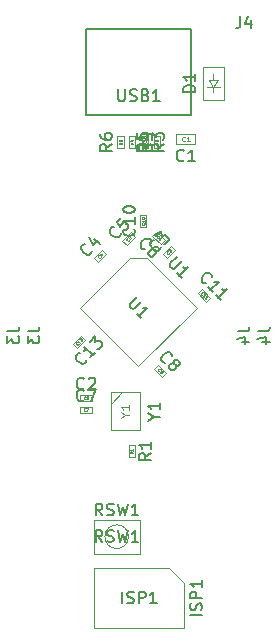
<source format=gbr>
G04 #@! TF.GenerationSoftware,KiCad,Pcbnew,(5.1.10)-1*
G04 #@! TF.CreationDate,2021-09-15T22:42:09+01:00*
G04 #@! TF.ProjectId,32u4-Pico,33327534-2d50-4696-936f-2e6b69636164,REV1*
G04 #@! TF.SameCoordinates,Original*
G04 #@! TF.FileFunction,Other,Fab,Top*
%FSLAX46Y46*%
G04 Gerber Fmt 4.6, Leading zero omitted, Abs format (unit mm)*
G04 Created by KiCad (PCBNEW (5.1.10)-1) date 2021-09-15 22:42:09*
%MOMM*%
%LPD*%
G01*
G04 APERTURE LIST*
%ADD10C,0.100000*%
%ADD11C,0.150000*%
%ADD12C,0.105000*%
%ADD13C,0.040000*%
%ADD14C,0.060000*%
G04 APERTURE END LIST*
D10*
X106190000Y-102555000D02*
X107460000Y-103825000D01*
X99840000Y-102555000D02*
X106190000Y-102555000D01*
X99840000Y-107635000D02*
X99840000Y-102555000D01*
X107460000Y-107635000D02*
X99840000Y-107635000D01*
X107460000Y-103825000D02*
X107460000Y-107635000D01*
X109040000Y-62905000D02*
X109040000Y-60105000D01*
X109040000Y-60105000D02*
X110840000Y-60105000D01*
X110840000Y-60105000D02*
X110840000Y-62905000D01*
X110840000Y-62905000D02*
X109040000Y-62905000D01*
X109940000Y-62255000D02*
X109940000Y-61855000D01*
X109940000Y-61855000D02*
X109390000Y-61855000D01*
X109940000Y-61855000D02*
X110490000Y-61855000D01*
X109940000Y-61855000D02*
X109540000Y-61255000D01*
X109540000Y-61255000D02*
X110340000Y-61255000D01*
X110340000Y-61255000D02*
X109940000Y-61855000D01*
X109940000Y-61255000D02*
X109940000Y-60755000D01*
X103730000Y-87655000D02*
X101230000Y-87655000D01*
X101230000Y-87655000D02*
X101230000Y-90855000D01*
X101230000Y-90855000D02*
X103730000Y-90855000D01*
X103730000Y-90855000D02*
X103730000Y-87655000D01*
X102230000Y-87655000D02*
X101230000Y-88655000D01*
X98650000Y-89385000D02*
X98650000Y-88885000D01*
X98650000Y-88885000D02*
X99650000Y-88885000D01*
X99650000Y-88885000D02*
X99650000Y-89385000D01*
X99650000Y-89385000D02*
X98650000Y-89385000D01*
X98650000Y-88405000D02*
X98650000Y-87905000D01*
X98650000Y-87905000D02*
X99650000Y-87905000D01*
X99650000Y-87905000D02*
X99650000Y-88405000D01*
X99650000Y-88405000D02*
X98650000Y-88405000D01*
X102752000Y-93185000D02*
X102752000Y-92135000D01*
X103292000Y-93185000D02*
X102752000Y-93185000D01*
X103292000Y-92135000D02*
X103292000Y-93185000D01*
X102752000Y-92135000D02*
X103292000Y-92135000D01*
X103702000Y-98447000D02*
X103702000Y-101347000D01*
X99802000Y-98447000D02*
X103702000Y-98447000D01*
X99802000Y-101347000D02*
X99802000Y-98447000D01*
X103702000Y-101347000D02*
X99802000Y-101347000D01*
X102752000Y-99897000D02*
G75*
G03*
X102752000Y-99897000I-1000000J0D01*
G01*
X105128223Y-74081670D02*
X105835330Y-74788777D01*
X104774670Y-74435223D02*
X105128223Y-74081670D01*
X105481777Y-75142330D02*
X104774670Y-74435223D01*
X105835330Y-74788777D02*
X105481777Y-75142330D01*
X103292330Y-74493223D02*
X102585223Y-75200330D01*
X102938777Y-74139670D02*
X103292330Y-74493223D01*
X102231670Y-74846777D02*
X102938777Y-74139670D01*
X102585223Y-75200330D02*
X102231670Y-74846777D01*
X98040670Y-83574777D02*
X98747777Y-82867670D01*
X98394223Y-83928330D02*
X98040670Y-83574777D01*
X99101330Y-83221223D02*
X98394223Y-83928330D01*
X98747777Y-82867670D02*
X99101330Y-83221223D01*
X109331777Y-80014330D02*
X108624670Y-79307223D01*
X109685330Y-79660777D02*
X109331777Y-80014330D01*
X108978223Y-78953670D02*
X109685330Y-79660777D01*
X108624670Y-79307223D02*
X108978223Y-78953670D01*
X104250000Y-72665000D02*
X104250000Y-73665000D01*
X103750000Y-72665000D02*
X104250000Y-72665000D01*
X103750000Y-73665000D02*
X103750000Y-72665000D01*
X104250000Y-73665000D02*
X103750000Y-73665000D01*
X105603188Y-86398741D02*
X104896081Y-85691634D01*
X105956741Y-86045188D02*
X105603188Y-86398741D01*
X105249634Y-85338081D02*
X105956741Y-86045188D01*
X104896081Y-85691634D02*
X105249634Y-85338081D01*
X100874330Y-75945223D02*
X100167223Y-76652330D01*
X100520777Y-75591670D02*
X100874330Y-75945223D01*
X99813670Y-76298777D02*
X100520777Y-75591670D01*
X100167223Y-76652330D02*
X99813670Y-76298777D01*
X106712330Y-75605223D02*
X106005223Y-76312330D01*
X106358777Y-75251670D02*
X106712330Y-75605223D01*
X105651670Y-75958777D02*
X106358777Y-75251670D01*
X106005223Y-76312330D02*
X105651670Y-75958777D01*
X106805000Y-65839000D02*
X108405000Y-65839000D01*
X106805000Y-66639000D02*
X106805000Y-65839000D01*
X108405000Y-66639000D02*
X106805000Y-66639000D01*
X108405000Y-65839000D02*
X108405000Y-66639000D01*
X103869000Y-66991000D02*
X103869000Y-65991000D01*
X104369000Y-66991000D02*
X103869000Y-66991000D01*
X104369000Y-65991000D02*
X104369000Y-66991000D01*
X103869000Y-65991000D02*
X104369000Y-65991000D01*
X102330000Y-65960000D02*
X102330000Y-67010000D01*
X101790000Y-65960000D02*
X102330000Y-65960000D01*
X101790000Y-67010000D02*
X101790000Y-65960000D01*
X102330000Y-67010000D02*
X101790000Y-67010000D01*
X105420000Y-65970000D02*
X105420000Y-67020000D01*
X104880000Y-65970000D02*
X105420000Y-65970000D01*
X104880000Y-67020000D02*
X104880000Y-65970000D01*
X105420000Y-67020000D02*
X104880000Y-67020000D01*
X102804000Y-66984000D02*
X102804000Y-65984000D01*
X103304000Y-66984000D02*
X102804000Y-66984000D01*
X103304000Y-65984000D02*
X103304000Y-66984000D01*
X102804000Y-65984000D02*
X103304000Y-65984000D01*
X102882893Y-76282359D02*
X104297107Y-76282359D01*
X98640253Y-80525000D02*
X102882893Y-76282359D01*
X103590000Y-85474747D02*
X98640253Y-80525000D01*
X108539747Y-80525000D02*
X103590000Y-85474747D01*
X104297107Y-76282359D02*
X108539747Y-80525000D01*
D11*
X108070000Y-56925000D02*
X99130000Y-56925000D01*
X108070000Y-56925000D02*
X108070000Y-64225000D01*
X99130000Y-56925000D02*
X99130000Y-64225000D01*
X108070000Y-64225000D02*
X99130000Y-64225000D01*
X108972380Y-106547380D02*
X107972380Y-106547380D01*
X108924761Y-106118809D02*
X108972380Y-105975952D01*
X108972380Y-105737857D01*
X108924761Y-105642619D01*
X108877142Y-105595000D01*
X108781904Y-105547380D01*
X108686666Y-105547380D01*
X108591428Y-105595000D01*
X108543809Y-105642619D01*
X108496190Y-105737857D01*
X108448571Y-105928333D01*
X108400952Y-106023571D01*
X108353333Y-106071190D01*
X108258095Y-106118809D01*
X108162857Y-106118809D01*
X108067619Y-106071190D01*
X108020000Y-106023571D01*
X107972380Y-105928333D01*
X107972380Y-105690238D01*
X108020000Y-105547380D01*
X108972380Y-105118809D02*
X107972380Y-105118809D01*
X107972380Y-104737857D01*
X108020000Y-104642619D01*
X108067619Y-104595000D01*
X108162857Y-104547380D01*
X108305714Y-104547380D01*
X108400952Y-104595000D01*
X108448571Y-104642619D01*
X108496190Y-104737857D01*
X108496190Y-105118809D01*
X108972380Y-103595000D02*
X108972380Y-104166428D01*
X108972380Y-103880714D02*
X107972380Y-103880714D01*
X108115238Y-103975952D01*
X108210476Y-104071190D01*
X108258095Y-104166428D01*
X102197619Y-105547380D02*
X102197619Y-104547380D01*
X102626190Y-105499761D02*
X102769047Y-105547380D01*
X103007142Y-105547380D01*
X103102380Y-105499761D01*
X103150000Y-105452142D01*
X103197619Y-105356904D01*
X103197619Y-105261666D01*
X103150000Y-105166428D01*
X103102380Y-105118809D01*
X103007142Y-105071190D01*
X102816666Y-105023571D01*
X102721428Y-104975952D01*
X102673809Y-104928333D01*
X102626190Y-104833095D01*
X102626190Y-104737857D01*
X102673809Y-104642619D01*
X102721428Y-104595000D01*
X102816666Y-104547380D01*
X103054761Y-104547380D01*
X103197619Y-104595000D01*
X103626190Y-105547380D02*
X103626190Y-104547380D01*
X104007142Y-104547380D01*
X104102380Y-104595000D01*
X104150000Y-104642619D01*
X104197619Y-104737857D01*
X104197619Y-104880714D01*
X104150000Y-104975952D01*
X104102380Y-105023571D01*
X104007142Y-105071190D01*
X103626190Y-105071190D01*
X105150000Y-105547380D02*
X104578571Y-105547380D01*
X104864285Y-105547380D02*
X104864285Y-104547380D01*
X104769047Y-104690238D01*
X104673809Y-104785476D01*
X104578571Y-104833095D01*
X108392380Y-62243095D02*
X107392380Y-62243095D01*
X107392380Y-62005000D01*
X107440000Y-61862142D01*
X107535238Y-61766904D01*
X107630476Y-61719285D01*
X107820952Y-61671666D01*
X107963809Y-61671666D01*
X108154285Y-61719285D01*
X108249523Y-61766904D01*
X108344761Y-61862142D01*
X108392380Y-62005000D01*
X108392380Y-62243095D01*
X108392380Y-60719285D02*
X108392380Y-61290714D01*
X108392380Y-61005000D02*
X107392380Y-61005000D01*
X107535238Y-61100238D01*
X107630476Y-61195476D01*
X107678095Y-61290714D01*
X108392380Y-62243095D02*
X107392380Y-62243095D01*
X107392380Y-62005000D01*
X107440000Y-61862142D01*
X107535238Y-61766904D01*
X107630476Y-61719285D01*
X107820952Y-61671666D01*
X107963809Y-61671666D01*
X108154285Y-61719285D01*
X108249523Y-61766904D01*
X108344761Y-61862142D01*
X108392380Y-62005000D01*
X108392380Y-62243095D01*
X108392380Y-60719285D02*
X108392380Y-61290714D01*
X108392380Y-61005000D02*
X107392380Y-61005000D01*
X107535238Y-61100238D01*
X107630476Y-61195476D01*
X107678095Y-61290714D01*
X104906190Y-89731190D02*
X105382380Y-89731190D01*
X104382380Y-90064523D02*
X104906190Y-89731190D01*
X104382380Y-89397857D01*
X105382380Y-88540714D02*
X105382380Y-89112142D01*
X105382380Y-88826428D02*
X104382380Y-88826428D01*
X104525238Y-88921666D01*
X104620476Y-89016904D01*
X104668095Y-89112142D01*
D12*
X102463333Y-89588333D02*
X102796666Y-89588333D01*
X102096666Y-89821666D02*
X102463333Y-89588333D01*
X102096666Y-89355000D01*
X102796666Y-88755000D02*
X102796666Y-89155000D01*
X102796666Y-88955000D02*
X102096666Y-88955000D01*
X102196666Y-89021666D01*
X102263333Y-89088333D01*
X102296666Y-89155000D01*
D11*
X98983333Y-88332142D02*
X98935714Y-88379761D01*
X98792857Y-88427380D01*
X98697619Y-88427380D01*
X98554761Y-88379761D01*
X98459523Y-88284523D01*
X98411904Y-88189285D01*
X98364285Y-87998809D01*
X98364285Y-87855952D01*
X98411904Y-87665476D01*
X98459523Y-87570238D01*
X98554761Y-87475000D01*
X98697619Y-87427380D01*
X98792857Y-87427380D01*
X98935714Y-87475000D01*
X98983333Y-87522619D01*
X99316666Y-87427380D02*
X99983333Y-87427380D01*
X99554761Y-88427380D01*
D13*
X99108333Y-89224285D02*
X99096428Y-89236190D01*
X99060714Y-89248095D01*
X99036904Y-89248095D01*
X99001190Y-89236190D01*
X98977380Y-89212380D01*
X98965476Y-89188571D01*
X98953571Y-89140952D01*
X98953571Y-89105238D01*
X98965476Y-89057619D01*
X98977380Y-89033809D01*
X99001190Y-89010000D01*
X99036904Y-88998095D01*
X99060714Y-88998095D01*
X99096428Y-89010000D01*
X99108333Y-89021904D01*
X99191666Y-88998095D02*
X99358333Y-88998095D01*
X99251190Y-89248095D01*
D11*
X98983333Y-87352142D02*
X98935714Y-87399761D01*
X98792857Y-87447380D01*
X98697619Y-87447380D01*
X98554761Y-87399761D01*
X98459523Y-87304523D01*
X98411904Y-87209285D01*
X98364285Y-87018809D01*
X98364285Y-86875952D01*
X98411904Y-86685476D01*
X98459523Y-86590238D01*
X98554761Y-86495000D01*
X98697619Y-86447380D01*
X98792857Y-86447380D01*
X98935714Y-86495000D01*
X98983333Y-86542619D01*
X99364285Y-86542619D02*
X99411904Y-86495000D01*
X99507142Y-86447380D01*
X99745238Y-86447380D01*
X99840476Y-86495000D01*
X99888095Y-86542619D01*
X99935714Y-86637857D01*
X99935714Y-86733095D01*
X99888095Y-86875952D01*
X99316666Y-87447380D01*
X99935714Y-87447380D01*
D13*
X99108333Y-88244285D02*
X99096428Y-88256190D01*
X99060714Y-88268095D01*
X99036904Y-88268095D01*
X99001190Y-88256190D01*
X98977380Y-88232380D01*
X98965476Y-88208571D01*
X98953571Y-88160952D01*
X98953571Y-88125238D01*
X98965476Y-88077619D01*
X98977380Y-88053809D01*
X99001190Y-88030000D01*
X99036904Y-88018095D01*
X99060714Y-88018095D01*
X99096428Y-88030000D01*
X99108333Y-88041904D01*
X99203571Y-88041904D02*
X99215476Y-88030000D01*
X99239285Y-88018095D01*
X99298809Y-88018095D01*
X99322619Y-88030000D01*
X99334523Y-88041904D01*
X99346428Y-88065714D01*
X99346428Y-88089523D01*
X99334523Y-88125238D01*
X99191666Y-88268095D01*
X99346428Y-88268095D01*
D11*
X104644380Y-92826666D02*
X104168190Y-93160000D01*
X104644380Y-93398095D02*
X103644380Y-93398095D01*
X103644380Y-93017142D01*
X103692000Y-92921904D01*
X103739619Y-92874285D01*
X103834857Y-92826666D01*
X103977714Y-92826666D01*
X104072952Y-92874285D01*
X104120571Y-92921904D01*
X104168190Y-93017142D01*
X104168190Y-93398095D01*
X104644380Y-91874285D02*
X104644380Y-92445714D01*
X104644380Y-92160000D02*
X103644380Y-92160000D01*
X103787238Y-92255238D01*
X103882476Y-92350476D01*
X103930095Y-92445714D01*
D13*
X103139619Y-92703333D02*
X103015809Y-92790000D01*
X103139619Y-92851904D02*
X102879619Y-92851904D01*
X102879619Y-92752857D01*
X102892000Y-92728095D01*
X102904380Y-92715714D01*
X102929142Y-92703333D01*
X102966285Y-92703333D01*
X102991047Y-92715714D01*
X103003428Y-92728095D01*
X103015809Y-92752857D01*
X103015809Y-92851904D01*
X103139619Y-92455714D02*
X103139619Y-92604285D01*
X103139619Y-92530000D02*
X102879619Y-92530000D01*
X102916761Y-92554761D01*
X102941523Y-92579523D01*
X102953904Y-92604285D01*
D11*
X100537714Y-98099380D02*
X100204380Y-97623190D01*
X99966285Y-98099380D02*
X99966285Y-97099380D01*
X100347238Y-97099380D01*
X100442476Y-97147000D01*
X100490095Y-97194619D01*
X100537714Y-97289857D01*
X100537714Y-97432714D01*
X100490095Y-97527952D01*
X100442476Y-97575571D01*
X100347238Y-97623190D01*
X99966285Y-97623190D01*
X100918666Y-98051761D02*
X101061523Y-98099380D01*
X101299619Y-98099380D01*
X101394857Y-98051761D01*
X101442476Y-98004142D01*
X101490095Y-97908904D01*
X101490095Y-97813666D01*
X101442476Y-97718428D01*
X101394857Y-97670809D01*
X101299619Y-97623190D01*
X101109142Y-97575571D01*
X101013904Y-97527952D01*
X100966285Y-97480333D01*
X100918666Y-97385095D01*
X100918666Y-97289857D01*
X100966285Y-97194619D01*
X101013904Y-97147000D01*
X101109142Y-97099380D01*
X101347238Y-97099380D01*
X101490095Y-97147000D01*
X101823428Y-97099380D02*
X102061523Y-98099380D01*
X102252000Y-97385095D01*
X102442476Y-98099380D01*
X102680571Y-97099380D01*
X103585333Y-98099380D02*
X103013904Y-98099380D01*
X103299619Y-98099380D02*
X103299619Y-97099380D01*
X103204380Y-97242238D01*
X103109142Y-97337476D01*
X103013904Y-97385095D01*
X100537714Y-100349380D02*
X100204380Y-99873190D01*
X99966285Y-100349380D02*
X99966285Y-99349380D01*
X100347238Y-99349380D01*
X100442476Y-99397000D01*
X100490095Y-99444619D01*
X100537714Y-99539857D01*
X100537714Y-99682714D01*
X100490095Y-99777952D01*
X100442476Y-99825571D01*
X100347238Y-99873190D01*
X99966285Y-99873190D01*
X100918666Y-100301761D02*
X101061523Y-100349380D01*
X101299619Y-100349380D01*
X101394857Y-100301761D01*
X101442476Y-100254142D01*
X101490095Y-100158904D01*
X101490095Y-100063666D01*
X101442476Y-99968428D01*
X101394857Y-99920809D01*
X101299619Y-99873190D01*
X101109142Y-99825571D01*
X101013904Y-99777952D01*
X100966285Y-99730333D01*
X100918666Y-99635095D01*
X100918666Y-99539857D01*
X100966285Y-99444619D01*
X101013904Y-99397000D01*
X101109142Y-99349380D01*
X101347238Y-99349380D01*
X101490095Y-99397000D01*
X101823428Y-99349380D02*
X102061523Y-100349380D01*
X102252000Y-99635095D01*
X102442476Y-100349380D01*
X102680571Y-99349380D01*
X103585333Y-100349380D02*
X103013904Y-100349380D01*
X103299619Y-100349380D02*
X103299619Y-99349380D01*
X103204380Y-99492238D01*
X103109142Y-99587476D01*
X103013904Y-99635095D01*
X104114366Y-75566931D02*
X104047023Y-75566931D01*
X103912336Y-75499587D01*
X103844992Y-75432244D01*
X103777649Y-75297556D01*
X103777649Y-75162869D01*
X103811320Y-75061854D01*
X103912336Y-74893495D01*
X104013351Y-74792480D01*
X104181710Y-74691465D01*
X104282725Y-74657793D01*
X104417412Y-74657793D01*
X104552099Y-74725137D01*
X104619443Y-74792480D01*
X104686786Y-74927167D01*
X104686786Y-74994511D01*
X105360221Y-75533259D02*
X105225534Y-75398572D01*
X105124519Y-75364900D01*
X105057175Y-75364900D01*
X104888817Y-75398572D01*
X104720458Y-75499587D01*
X104451084Y-75768961D01*
X104417412Y-75869976D01*
X104417412Y-75937320D01*
X104451084Y-76038335D01*
X104585771Y-76173022D01*
X104686786Y-76206694D01*
X104754130Y-76206694D01*
X104855145Y-76173022D01*
X105023504Y-76004663D01*
X105057175Y-75903648D01*
X105057175Y-75836305D01*
X105023504Y-75735289D01*
X104888817Y-75600602D01*
X104787801Y-75566931D01*
X104720458Y-75566931D01*
X104619443Y-75600602D01*
D13*
X105212402Y-74645671D02*
X105195566Y-74645671D01*
X105161895Y-74628835D01*
X105145059Y-74612000D01*
X105128223Y-74578328D01*
X105128223Y-74544656D01*
X105136641Y-74519402D01*
X105161895Y-74477312D01*
X105187148Y-74452059D01*
X105229238Y-74426805D01*
X105254492Y-74418387D01*
X105288164Y-74418387D01*
X105321835Y-74435223D01*
X105338671Y-74452059D01*
X105355507Y-74485730D01*
X105355507Y-74502566D01*
X105523866Y-74637253D02*
X105490194Y-74603582D01*
X105464940Y-74595164D01*
X105448104Y-74595164D01*
X105406015Y-74603582D01*
X105363925Y-74628835D01*
X105296582Y-74696179D01*
X105288164Y-74721433D01*
X105288164Y-74738269D01*
X105296582Y-74763522D01*
X105330253Y-74797194D01*
X105355507Y-74805612D01*
X105372343Y-74805612D01*
X105397597Y-74797194D01*
X105439687Y-74755104D01*
X105448104Y-74729851D01*
X105448104Y-74713015D01*
X105439687Y-74687761D01*
X105406015Y-74654089D01*
X105380761Y-74645671D01*
X105363925Y-74645671D01*
X105338671Y-74654089D01*
D11*
X102076443Y-74220145D02*
X102076443Y-74287488D01*
X102009099Y-74422175D01*
X101941756Y-74489519D01*
X101807068Y-74556862D01*
X101672381Y-74556862D01*
X101571366Y-74523191D01*
X101403007Y-74422175D01*
X101301992Y-74321160D01*
X101200977Y-74152801D01*
X101167305Y-74051786D01*
X101167305Y-73917099D01*
X101234649Y-73782412D01*
X101301992Y-73715068D01*
X101436679Y-73647725D01*
X101504023Y-73647725D01*
X102076443Y-72940618D02*
X101739725Y-73277336D01*
X102042771Y-73647725D01*
X102042771Y-73580381D01*
X102076443Y-73479366D01*
X102244801Y-73311007D01*
X102345817Y-73277336D01*
X102413160Y-73277336D01*
X102514175Y-73311007D01*
X102682534Y-73479366D01*
X102716206Y-73580381D01*
X102716206Y-73647725D01*
X102682534Y-73748740D01*
X102514175Y-73917099D01*
X102413160Y-73950771D01*
X102345817Y-73950771D01*
D13*
X102795671Y-74762597D02*
X102795671Y-74779433D01*
X102778835Y-74813104D01*
X102762000Y-74829940D01*
X102728328Y-74846776D01*
X102694656Y-74846776D01*
X102669402Y-74838358D01*
X102627312Y-74813104D01*
X102602059Y-74787851D01*
X102576805Y-74745761D01*
X102568387Y-74720507D01*
X102568387Y-74686835D01*
X102585223Y-74653164D01*
X102602059Y-74636328D01*
X102635730Y-74619492D01*
X102652566Y-74619492D01*
X102795671Y-74442715D02*
X102711492Y-74526895D01*
X102787253Y-74619492D01*
X102787253Y-74602656D01*
X102795671Y-74577402D01*
X102837761Y-74535312D01*
X102863015Y-74526895D01*
X102879851Y-74526895D01*
X102905104Y-74535312D01*
X102947194Y-74577402D01*
X102955612Y-74602656D01*
X102955612Y-74619492D01*
X102947194Y-74644746D01*
X102905104Y-74686835D01*
X102879851Y-74695253D01*
X102863015Y-74695253D01*
D11*
X99189213Y-84925350D02*
X99189213Y-84992694D01*
X99121869Y-85127381D01*
X99054526Y-85194724D01*
X98919839Y-85262068D01*
X98785152Y-85262068D01*
X98684137Y-85228396D01*
X98515778Y-85127381D01*
X98414763Y-85026366D01*
X98313747Y-84858007D01*
X98280076Y-84756992D01*
X98280076Y-84622305D01*
X98347419Y-84487618D01*
X98414763Y-84420274D01*
X98549450Y-84352931D01*
X98616793Y-84352931D01*
X99929992Y-84319259D02*
X99525931Y-84723320D01*
X99727961Y-84521289D02*
X99020854Y-83814182D01*
X99054526Y-83982541D01*
X99054526Y-84117228D01*
X99020854Y-84218244D01*
X99458587Y-83376450D02*
X99896320Y-82938717D01*
X99929992Y-83443793D01*
X100031007Y-83342778D01*
X100132022Y-83309106D01*
X100199366Y-83309106D01*
X100300381Y-83342778D01*
X100468740Y-83511137D01*
X100502411Y-83612152D01*
X100502411Y-83679495D01*
X100468740Y-83780511D01*
X100266709Y-83982541D01*
X100165694Y-84016213D01*
X100098350Y-84016213D01*
D13*
X98520492Y-83574776D02*
X98520492Y-83591612D01*
X98503656Y-83625284D01*
X98486820Y-83642120D01*
X98453148Y-83658956D01*
X98419477Y-83658956D01*
X98394223Y-83650538D01*
X98352133Y-83625284D01*
X98326879Y-83600030D01*
X98301625Y-83557940D01*
X98293208Y-83532687D01*
X98293208Y-83499015D01*
X98310043Y-83465343D01*
X98326879Y-83448507D01*
X98360551Y-83431671D01*
X98377387Y-83431671D01*
X98705687Y-83423253D02*
X98604671Y-83524269D01*
X98655179Y-83473761D02*
X98478402Y-83296984D01*
X98486820Y-83339074D01*
X98486820Y-83372746D01*
X98478402Y-83398000D01*
X98587835Y-83187551D02*
X98697269Y-83078118D01*
X98705687Y-83204387D01*
X98730940Y-83179133D01*
X98756194Y-83170715D01*
X98773030Y-83170715D01*
X98798284Y-83179133D01*
X98840374Y-83221223D01*
X98848791Y-83246477D01*
X98848791Y-83263312D01*
X98840374Y-83288566D01*
X98789866Y-83339074D01*
X98764612Y-83347492D01*
X98747776Y-83347492D01*
D11*
X109268137Y-78461725D02*
X109200793Y-78461725D01*
X109066106Y-78394381D01*
X108998763Y-78327038D01*
X108931419Y-78192351D01*
X108931419Y-78057664D01*
X108965091Y-77956649D01*
X109066106Y-77788290D01*
X109167121Y-77687275D01*
X109335480Y-77586259D01*
X109436495Y-77552588D01*
X109571182Y-77552588D01*
X109705869Y-77619931D01*
X109773213Y-77687275D01*
X109840556Y-77821962D01*
X109840556Y-77889305D01*
X109874228Y-79202504D02*
X109470167Y-78798443D01*
X109672198Y-79000473D02*
X110379305Y-78293366D01*
X110210946Y-78327038D01*
X110076259Y-78327038D01*
X109975244Y-78293366D01*
X110547663Y-79875939D02*
X110143602Y-79471878D01*
X110345633Y-79673908D02*
X111052740Y-78966801D01*
X110884381Y-79000473D01*
X110749694Y-79000473D01*
X110648679Y-78966801D01*
D13*
X108978223Y-79433492D02*
X108961387Y-79433492D01*
X108927715Y-79416656D01*
X108910879Y-79399820D01*
X108894043Y-79366148D01*
X108894043Y-79332477D01*
X108902461Y-79307223D01*
X108927715Y-79265133D01*
X108952969Y-79239879D01*
X108995059Y-79214625D01*
X109020312Y-79206208D01*
X109053984Y-79206208D01*
X109087656Y-79223043D01*
X109104492Y-79239879D01*
X109121328Y-79273551D01*
X109121328Y-79290387D01*
X109129746Y-79618687D02*
X109028730Y-79517671D01*
X109079238Y-79568179D02*
X109256015Y-79391402D01*
X109213925Y-79399820D01*
X109180253Y-79399820D01*
X109155000Y-79391402D01*
X109298104Y-79787045D02*
X109197089Y-79686030D01*
X109247597Y-79736538D02*
X109424374Y-79559761D01*
X109382284Y-79568179D01*
X109348612Y-79568179D01*
X109323358Y-79559761D01*
D11*
X103197142Y-73807857D02*
X103244761Y-73855476D01*
X103292380Y-73998333D01*
X103292380Y-74093571D01*
X103244761Y-74236428D01*
X103149523Y-74331666D01*
X103054285Y-74379285D01*
X102863809Y-74426904D01*
X102720952Y-74426904D01*
X102530476Y-74379285D01*
X102435238Y-74331666D01*
X102340000Y-74236428D01*
X102292380Y-74093571D01*
X102292380Y-73998333D01*
X102340000Y-73855476D01*
X102387619Y-73807857D01*
X103292380Y-72855476D02*
X103292380Y-73426904D01*
X103292380Y-73141190D02*
X102292380Y-73141190D01*
X102435238Y-73236428D01*
X102530476Y-73331666D01*
X102578095Y-73426904D01*
X102292380Y-72236428D02*
X102292380Y-72141190D01*
X102340000Y-72045952D01*
X102387619Y-71998333D01*
X102482857Y-71950714D01*
X102673333Y-71903095D01*
X102911428Y-71903095D01*
X103101904Y-71950714D01*
X103197142Y-71998333D01*
X103244761Y-72045952D01*
X103292380Y-72141190D01*
X103292380Y-72236428D01*
X103244761Y-72331666D01*
X103197142Y-72379285D01*
X103101904Y-72426904D01*
X102911428Y-72474523D01*
X102673333Y-72474523D01*
X102482857Y-72426904D01*
X102387619Y-72379285D01*
X102340000Y-72331666D01*
X102292380Y-72236428D01*
D13*
X104089285Y-73325714D02*
X104101190Y-73337619D01*
X104113095Y-73373333D01*
X104113095Y-73397142D01*
X104101190Y-73432857D01*
X104077380Y-73456666D01*
X104053571Y-73468571D01*
X104005952Y-73480476D01*
X103970238Y-73480476D01*
X103922619Y-73468571D01*
X103898809Y-73456666D01*
X103875000Y-73432857D01*
X103863095Y-73397142D01*
X103863095Y-73373333D01*
X103875000Y-73337619D01*
X103886904Y-73325714D01*
X104113095Y-73087619D02*
X104113095Y-73230476D01*
X104113095Y-73159047D02*
X103863095Y-73159047D01*
X103898809Y-73182857D01*
X103922619Y-73206666D01*
X103934523Y-73230476D01*
X103863095Y-72932857D02*
X103863095Y-72909047D01*
X103875000Y-72885238D01*
X103886904Y-72873333D01*
X103910714Y-72861428D01*
X103958333Y-72849523D01*
X104017857Y-72849523D01*
X104065476Y-72861428D01*
X104089285Y-72873333D01*
X104101190Y-72885238D01*
X104113095Y-72909047D01*
X104113095Y-72932857D01*
X104101190Y-72956666D01*
X104089285Y-72968571D01*
X104065476Y-72980476D01*
X104017857Y-72992380D01*
X103958333Y-72992380D01*
X103910714Y-72980476D01*
X103886904Y-72968571D01*
X103875000Y-72956666D01*
X103863095Y-72932857D01*
D11*
X105876265Y-85182854D02*
X105808922Y-85182854D01*
X105674235Y-85115510D01*
X105606891Y-85048167D01*
X105539548Y-84913479D01*
X105539548Y-84778792D01*
X105573219Y-84677777D01*
X105674235Y-84509418D01*
X105775250Y-84408403D01*
X105943609Y-84307388D01*
X106044624Y-84273716D01*
X106179311Y-84273716D01*
X106313998Y-84341060D01*
X106381342Y-84408403D01*
X106448685Y-84543090D01*
X106448685Y-84610434D01*
X106617044Y-85250197D02*
X106583372Y-85149182D01*
X106583372Y-85081838D01*
X106617044Y-84980823D01*
X106650716Y-84947151D01*
X106751731Y-84913479D01*
X106819074Y-84913479D01*
X106920090Y-84947151D01*
X107054777Y-85081838D01*
X107088448Y-85182854D01*
X107088448Y-85250197D01*
X107054777Y-85351212D01*
X107021105Y-85384884D01*
X106920090Y-85418556D01*
X106852746Y-85418556D01*
X106751731Y-85384884D01*
X106617044Y-85250197D01*
X106516029Y-85216525D01*
X106448685Y-85216525D01*
X106347670Y-85250197D01*
X106212983Y-85384884D01*
X106179311Y-85485899D01*
X106179311Y-85553243D01*
X106212983Y-85654258D01*
X106347670Y-85788945D01*
X106448685Y-85822617D01*
X106516029Y-85822617D01*
X106617044Y-85788945D01*
X106751731Y-85654258D01*
X106785403Y-85553243D01*
X106785403Y-85485899D01*
X106751731Y-85384884D01*
D13*
X105333813Y-85902082D02*
X105316977Y-85902082D01*
X105283306Y-85885246D01*
X105266470Y-85868411D01*
X105249634Y-85834739D01*
X105249634Y-85801067D01*
X105258052Y-85775813D01*
X105283306Y-85733723D01*
X105308559Y-85708470D01*
X105350649Y-85683216D01*
X105375903Y-85674798D01*
X105409575Y-85674798D01*
X105443246Y-85691634D01*
X105460082Y-85708470D01*
X105476918Y-85742141D01*
X105476918Y-85758977D01*
X105519008Y-85918918D02*
X105510590Y-85893664D01*
X105510590Y-85876828D01*
X105519008Y-85851575D01*
X105527426Y-85843157D01*
X105552680Y-85834739D01*
X105569515Y-85834739D01*
X105594769Y-85843157D01*
X105628441Y-85876828D01*
X105636859Y-85902082D01*
X105636859Y-85918918D01*
X105628441Y-85944172D01*
X105620023Y-85952590D01*
X105594769Y-85961008D01*
X105577933Y-85961008D01*
X105552680Y-85952590D01*
X105519008Y-85918918D01*
X105493754Y-85910500D01*
X105476918Y-85910500D01*
X105451664Y-85918918D01*
X105417993Y-85952590D01*
X105409575Y-85977844D01*
X105409575Y-85994680D01*
X105417993Y-86019933D01*
X105451664Y-86053605D01*
X105476918Y-86062023D01*
X105493754Y-86062023D01*
X105519008Y-86053605D01*
X105552680Y-86019933D01*
X105561098Y-85994680D01*
X105561098Y-85977844D01*
X105552680Y-85952590D01*
D11*
X99658443Y-75672145D02*
X99658443Y-75739488D01*
X99591099Y-75874175D01*
X99523756Y-75941519D01*
X99389068Y-76008862D01*
X99254381Y-76008862D01*
X99153366Y-75975191D01*
X98985007Y-75874175D01*
X98883992Y-75773160D01*
X98782977Y-75604801D01*
X98749305Y-75503786D01*
X98749305Y-75369099D01*
X98816649Y-75234412D01*
X98883992Y-75167068D01*
X99018679Y-75099725D01*
X99086023Y-75099725D01*
X99860473Y-74661992D02*
X100331878Y-75133397D01*
X99422740Y-74560977D02*
X99759458Y-75234412D01*
X100197191Y-74796679D01*
D13*
X100377671Y-76214597D02*
X100377671Y-76231433D01*
X100360835Y-76265104D01*
X100344000Y-76281940D01*
X100310328Y-76298776D01*
X100276656Y-76298776D01*
X100251402Y-76290358D01*
X100209312Y-76265104D01*
X100184059Y-76239851D01*
X100158805Y-76197761D01*
X100150387Y-76172507D01*
X100150387Y-76138835D01*
X100167223Y-76105164D01*
X100184059Y-76088328D01*
X100217730Y-76071492D01*
X100234566Y-76071492D01*
X100428179Y-75962059D02*
X100546030Y-76079910D01*
X100318746Y-75936805D02*
X100402925Y-76105164D01*
X100512358Y-75995730D01*
D11*
X105496443Y-75332145D02*
X105496443Y-75399488D01*
X105429099Y-75534175D01*
X105361756Y-75601519D01*
X105227068Y-75668862D01*
X105092381Y-75668862D01*
X104991366Y-75635191D01*
X104823007Y-75534175D01*
X104721992Y-75433160D01*
X104620977Y-75264801D01*
X104587305Y-75163786D01*
X104587305Y-75029099D01*
X104654649Y-74894412D01*
X104721992Y-74827068D01*
X104856679Y-74759725D01*
X104924023Y-74759725D01*
X105092381Y-74456679D02*
X105530114Y-74018946D01*
X105563786Y-74524023D01*
X105664801Y-74423007D01*
X105765817Y-74389336D01*
X105833160Y-74389336D01*
X105934175Y-74423007D01*
X106102534Y-74591366D01*
X106136206Y-74692381D01*
X106136206Y-74759725D01*
X106102534Y-74860740D01*
X105900504Y-75062771D01*
X105799488Y-75096443D01*
X105732145Y-75096443D01*
D13*
X106215671Y-75874597D02*
X106215671Y-75891433D01*
X106198835Y-75925104D01*
X106182000Y-75941940D01*
X106148328Y-75958776D01*
X106114656Y-75958776D01*
X106089402Y-75950358D01*
X106047312Y-75925104D01*
X106022059Y-75899851D01*
X105996805Y-75857761D01*
X105988387Y-75832507D01*
X105988387Y-75798835D01*
X106005223Y-75765164D01*
X106022059Y-75748328D01*
X106055730Y-75731492D01*
X106072566Y-75731492D01*
X106114656Y-75655730D02*
X106224089Y-75546297D01*
X106232507Y-75672566D01*
X106257761Y-75647312D01*
X106283015Y-75638895D01*
X106299851Y-75638895D01*
X106325104Y-75647312D01*
X106367194Y-75689402D01*
X106375612Y-75714656D01*
X106375612Y-75731492D01*
X106367194Y-75756746D01*
X106316687Y-75807253D01*
X106291433Y-75815671D01*
X106274597Y-75815671D01*
D11*
X107438333Y-68026142D02*
X107390714Y-68073761D01*
X107247857Y-68121380D01*
X107152619Y-68121380D01*
X107009761Y-68073761D01*
X106914523Y-67978523D01*
X106866904Y-67883285D01*
X106819285Y-67692809D01*
X106819285Y-67549952D01*
X106866904Y-67359476D01*
X106914523Y-67264238D01*
X107009761Y-67169000D01*
X107152619Y-67121380D01*
X107247857Y-67121380D01*
X107390714Y-67169000D01*
X107438333Y-67216619D01*
X108390714Y-68121380D02*
X107819285Y-68121380D01*
X108105000Y-68121380D02*
X108105000Y-67121380D01*
X108009761Y-67264238D01*
X107914523Y-67359476D01*
X107819285Y-67407095D01*
D14*
X107538333Y-66381857D02*
X107519285Y-66400904D01*
X107462142Y-66419952D01*
X107424047Y-66419952D01*
X107366904Y-66400904D01*
X107328809Y-66362809D01*
X107309761Y-66324714D01*
X107290714Y-66248523D01*
X107290714Y-66191380D01*
X107309761Y-66115190D01*
X107328809Y-66077095D01*
X107366904Y-66039000D01*
X107424047Y-66019952D01*
X107462142Y-66019952D01*
X107519285Y-66039000D01*
X107538333Y-66058047D01*
X107919285Y-66419952D02*
X107690714Y-66419952D01*
X107805000Y-66419952D02*
X107805000Y-66019952D01*
X107766904Y-66077095D01*
X107728809Y-66115190D01*
X107690714Y-66134238D01*
D11*
X105731380Y-66657666D02*
X105255190Y-66991000D01*
X105731380Y-67229095D02*
X104731380Y-67229095D01*
X104731380Y-66848142D01*
X104779000Y-66752904D01*
X104826619Y-66705285D01*
X104921857Y-66657666D01*
X105064714Y-66657666D01*
X105159952Y-66705285D01*
X105207571Y-66752904D01*
X105255190Y-66848142D01*
X105255190Y-67229095D01*
X104731380Y-66324333D02*
X104731380Y-65705285D01*
X105112333Y-66038619D01*
X105112333Y-65895761D01*
X105159952Y-65800523D01*
X105207571Y-65752904D01*
X105302809Y-65705285D01*
X105540904Y-65705285D01*
X105636142Y-65752904D01*
X105683761Y-65800523D01*
X105731380Y-65895761D01*
X105731380Y-66181476D01*
X105683761Y-66276714D01*
X105636142Y-66324333D01*
D13*
X104232095Y-66532666D02*
X104113047Y-66616000D01*
X104232095Y-66675523D02*
X103982095Y-66675523D01*
X103982095Y-66580285D01*
X103994000Y-66556476D01*
X104005904Y-66544571D01*
X104029714Y-66532666D01*
X104065428Y-66532666D01*
X104089238Y-66544571D01*
X104101142Y-66556476D01*
X104113047Y-66580285D01*
X104113047Y-66675523D01*
X103982095Y-66449333D02*
X103982095Y-66294571D01*
X104077333Y-66377904D01*
X104077333Y-66342190D01*
X104089238Y-66318380D01*
X104101142Y-66306476D01*
X104124952Y-66294571D01*
X104184476Y-66294571D01*
X104208285Y-66306476D01*
X104220190Y-66318380D01*
X104232095Y-66342190D01*
X104232095Y-66413619D01*
X104220190Y-66437428D01*
X104208285Y-66449333D01*
D11*
X101342380Y-66651666D02*
X100866190Y-66985000D01*
X101342380Y-67223095D02*
X100342380Y-67223095D01*
X100342380Y-66842142D01*
X100390000Y-66746904D01*
X100437619Y-66699285D01*
X100532857Y-66651666D01*
X100675714Y-66651666D01*
X100770952Y-66699285D01*
X100818571Y-66746904D01*
X100866190Y-66842142D01*
X100866190Y-67223095D01*
X100342380Y-65794523D02*
X100342380Y-65985000D01*
X100390000Y-66080238D01*
X100437619Y-66127857D01*
X100580476Y-66223095D01*
X100770952Y-66270714D01*
X101151904Y-66270714D01*
X101247142Y-66223095D01*
X101294761Y-66175476D01*
X101342380Y-66080238D01*
X101342380Y-65889761D01*
X101294761Y-65794523D01*
X101247142Y-65746904D01*
X101151904Y-65699285D01*
X100913809Y-65699285D01*
X100818571Y-65746904D01*
X100770952Y-65794523D01*
X100723333Y-65889761D01*
X100723333Y-66080238D01*
X100770952Y-66175476D01*
X100818571Y-66223095D01*
X100913809Y-66270714D01*
D13*
X102177619Y-66528333D02*
X102053809Y-66615000D01*
X102177619Y-66676904D02*
X101917619Y-66676904D01*
X101917619Y-66577857D01*
X101930000Y-66553095D01*
X101942380Y-66540714D01*
X101967142Y-66528333D01*
X102004285Y-66528333D01*
X102029047Y-66540714D01*
X102041428Y-66553095D01*
X102053809Y-66577857D01*
X102053809Y-66676904D01*
X101917619Y-66305476D02*
X101917619Y-66355000D01*
X101930000Y-66379761D01*
X101942380Y-66392142D01*
X101979523Y-66416904D01*
X102029047Y-66429285D01*
X102128095Y-66429285D01*
X102152857Y-66416904D01*
X102165238Y-66404523D01*
X102177619Y-66379761D01*
X102177619Y-66330238D01*
X102165238Y-66305476D01*
X102152857Y-66293095D01*
X102128095Y-66280714D01*
X102066190Y-66280714D01*
X102041428Y-66293095D01*
X102029047Y-66305476D01*
X102016666Y-66330238D01*
X102016666Y-66379761D01*
X102029047Y-66404523D01*
X102041428Y-66416904D01*
X102066190Y-66429285D01*
D11*
X104432380Y-66661666D02*
X103956190Y-66995000D01*
X104432380Y-67233095D02*
X103432380Y-67233095D01*
X103432380Y-66852142D01*
X103480000Y-66756904D01*
X103527619Y-66709285D01*
X103622857Y-66661666D01*
X103765714Y-66661666D01*
X103860952Y-66709285D01*
X103908571Y-66756904D01*
X103956190Y-66852142D01*
X103956190Y-67233095D01*
X103432380Y-65756904D02*
X103432380Y-66233095D01*
X103908571Y-66280714D01*
X103860952Y-66233095D01*
X103813333Y-66137857D01*
X103813333Y-65899761D01*
X103860952Y-65804523D01*
X103908571Y-65756904D01*
X104003809Y-65709285D01*
X104241904Y-65709285D01*
X104337142Y-65756904D01*
X104384761Y-65804523D01*
X104432380Y-65899761D01*
X104432380Y-66137857D01*
X104384761Y-66233095D01*
X104337142Y-66280714D01*
D13*
X105267619Y-66538333D02*
X105143809Y-66625000D01*
X105267619Y-66686904D02*
X105007619Y-66686904D01*
X105007619Y-66587857D01*
X105020000Y-66563095D01*
X105032380Y-66550714D01*
X105057142Y-66538333D01*
X105094285Y-66538333D01*
X105119047Y-66550714D01*
X105131428Y-66563095D01*
X105143809Y-66587857D01*
X105143809Y-66686904D01*
X105007619Y-66303095D02*
X105007619Y-66426904D01*
X105131428Y-66439285D01*
X105119047Y-66426904D01*
X105106666Y-66402142D01*
X105106666Y-66340238D01*
X105119047Y-66315476D01*
X105131428Y-66303095D01*
X105156190Y-66290714D01*
X105218095Y-66290714D01*
X105242857Y-66303095D01*
X105255238Y-66315476D01*
X105267619Y-66340238D01*
X105267619Y-66402142D01*
X105255238Y-66426904D01*
X105242857Y-66439285D01*
D11*
X104666380Y-66650666D02*
X104190190Y-66984000D01*
X104666380Y-67222095D02*
X103666380Y-67222095D01*
X103666380Y-66841142D01*
X103714000Y-66745904D01*
X103761619Y-66698285D01*
X103856857Y-66650666D01*
X103999714Y-66650666D01*
X104094952Y-66698285D01*
X104142571Y-66745904D01*
X104190190Y-66841142D01*
X104190190Y-67222095D01*
X103999714Y-65793523D02*
X104666380Y-65793523D01*
X103618761Y-66031619D02*
X104333047Y-66269714D01*
X104333047Y-65650666D01*
D13*
X103167095Y-66525666D02*
X103048047Y-66609000D01*
X103167095Y-66668523D02*
X102917095Y-66668523D01*
X102917095Y-66573285D01*
X102929000Y-66549476D01*
X102940904Y-66537571D01*
X102964714Y-66525666D01*
X103000428Y-66525666D01*
X103024238Y-66537571D01*
X103036142Y-66549476D01*
X103048047Y-66573285D01*
X103048047Y-66668523D01*
X103000428Y-66311380D02*
X103167095Y-66311380D01*
X102905190Y-66370904D02*
X103083761Y-66430428D01*
X103083761Y-66275666D01*
D11*
X106846732Y-76190771D02*
X106274312Y-76763191D01*
X106240640Y-76864206D01*
X106240640Y-76931550D01*
X106274312Y-77032565D01*
X106408999Y-77167252D01*
X106510014Y-77200924D01*
X106577358Y-77200924D01*
X106678373Y-77167252D01*
X107250793Y-76594832D01*
X107250793Y-78009046D02*
X106846732Y-77604985D01*
X107048762Y-77807015D02*
X107755869Y-77099909D01*
X107587510Y-77133580D01*
X107452823Y-77133580D01*
X107351808Y-77099909D01*
X103438477Y-79599026D02*
X102866057Y-80171446D01*
X102832385Y-80272461D01*
X102832385Y-80339805D01*
X102866057Y-80440820D01*
X103000744Y-80575507D01*
X103101759Y-80609179D01*
X103169103Y-80609179D01*
X103270118Y-80575507D01*
X103842538Y-80003087D01*
X103842538Y-81417301D02*
X103438477Y-81013240D01*
X103640507Y-81215270D02*
X104347614Y-80508164D01*
X104179255Y-80541835D01*
X104044568Y-80541835D01*
X103943553Y-80508164D01*
X112196666Y-55847380D02*
X112196666Y-56561666D01*
X112149047Y-56704523D01*
X112053809Y-56799761D01*
X111910952Y-56847380D01*
X111815714Y-56847380D01*
X113101428Y-56180714D02*
X113101428Y-56847380D01*
X112863333Y-55799761D02*
X112625238Y-56514047D01*
X113244285Y-56514047D01*
X111982380Y-82521666D02*
X112696666Y-82521666D01*
X112839523Y-82474047D01*
X112934761Y-82378809D01*
X112982380Y-82235952D01*
X112982380Y-82140714D01*
X112315714Y-83426428D02*
X112982380Y-83426428D01*
X111934761Y-83188333D02*
X112649047Y-82950238D01*
X112649047Y-83569285D01*
X113702380Y-82521666D02*
X114416666Y-82521666D01*
X114559523Y-82474047D01*
X114654761Y-82378809D01*
X114702380Y-82235952D01*
X114702380Y-82140714D01*
X114035714Y-83426428D02*
X114702380Y-83426428D01*
X113654761Y-83188333D02*
X114369047Y-82950238D01*
X114369047Y-83569285D01*
X94202380Y-82521666D02*
X94916666Y-82521666D01*
X95059523Y-82474047D01*
X95154761Y-82378809D01*
X95202380Y-82235952D01*
X95202380Y-82140714D01*
X94202380Y-82902619D02*
X94202380Y-83521666D01*
X94583333Y-83188333D01*
X94583333Y-83331190D01*
X94630952Y-83426428D01*
X94678571Y-83474047D01*
X94773809Y-83521666D01*
X95011904Y-83521666D01*
X95107142Y-83474047D01*
X95154761Y-83426428D01*
X95202380Y-83331190D01*
X95202380Y-83045476D01*
X95154761Y-82950238D01*
X95107142Y-82902619D01*
X92502380Y-82511666D02*
X93216666Y-82511666D01*
X93359523Y-82464047D01*
X93454761Y-82368809D01*
X93502380Y-82225952D01*
X93502380Y-82130714D01*
X92502380Y-82892619D02*
X92502380Y-83511666D01*
X92883333Y-83178333D01*
X92883333Y-83321190D01*
X92930952Y-83416428D01*
X92978571Y-83464047D01*
X93073809Y-83511666D01*
X93311904Y-83511666D01*
X93407142Y-83464047D01*
X93454761Y-83416428D01*
X93502380Y-83321190D01*
X93502380Y-83035476D01*
X93454761Y-82940238D01*
X93407142Y-82892619D01*
X101861904Y-62022380D02*
X101861904Y-62831904D01*
X101909523Y-62927142D01*
X101957142Y-62974761D01*
X102052380Y-63022380D01*
X102242857Y-63022380D01*
X102338095Y-62974761D01*
X102385714Y-62927142D01*
X102433333Y-62831904D01*
X102433333Y-62022380D01*
X102861904Y-62974761D02*
X103004761Y-63022380D01*
X103242857Y-63022380D01*
X103338095Y-62974761D01*
X103385714Y-62927142D01*
X103433333Y-62831904D01*
X103433333Y-62736666D01*
X103385714Y-62641428D01*
X103338095Y-62593809D01*
X103242857Y-62546190D01*
X103052380Y-62498571D01*
X102957142Y-62450952D01*
X102909523Y-62403333D01*
X102861904Y-62308095D01*
X102861904Y-62212857D01*
X102909523Y-62117619D01*
X102957142Y-62070000D01*
X103052380Y-62022380D01*
X103290476Y-62022380D01*
X103433333Y-62070000D01*
X104195238Y-62498571D02*
X104338095Y-62546190D01*
X104385714Y-62593809D01*
X104433333Y-62689047D01*
X104433333Y-62831904D01*
X104385714Y-62927142D01*
X104338095Y-62974761D01*
X104242857Y-63022380D01*
X103861904Y-63022380D01*
X103861904Y-62022380D01*
X104195238Y-62022380D01*
X104290476Y-62070000D01*
X104338095Y-62117619D01*
X104385714Y-62212857D01*
X104385714Y-62308095D01*
X104338095Y-62403333D01*
X104290476Y-62450952D01*
X104195238Y-62498571D01*
X103861904Y-62498571D01*
X105385714Y-63022380D02*
X104814285Y-63022380D01*
X105100000Y-63022380D02*
X105100000Y-62022380D01*
X105004761Y-62165238D01*
X104909523Y-62260476D01*
X104814285Y-62308095D01*
X101861904Y-62027380D02*
X101861904Y-62836904D01*
X101909523Y-62932142D01*
X101957142Y-62979761D01*
X102052380Y-63027380D01*
X102242857Y-63027380D01*
X102338095Y-62979761D01*
X102385714Y-62932142D01*
X102433333Y-62836904D01*
X102433333Y-62027380D01*
X102861904Y-62979761D02*
X103004761Y-63027380D01*
X103242857Y-63027380D01*
X103338095Y-62979761D01*
X103385714Y-62932142D01*
X103433333Y-62836904D01*
X103433333Y-62741666D01*
X103385714Y-62646428D01*
X103338095Y-62598809D01*
X103242857Y-62551190D01*
X103052380Y-62503571D01*
X102957142Y-62455952D01*
X102909523Y-62408333D01*
X102861904Y-62313095D01*
X102861904Y-62217857D01*
X102909523Y-62122619D01*
X102957142Y-62075000D01*
X103052380Y-62027380D01*
X103290476Y-62027380D01*
X103433333Y-62075000D01*
X104195238Y-62503571D02*
X104338095Y-62551190D01*
X104385714Y-62598809D01*
X104433333Y-62694047D01*
X104433333Y-62836904D01*
X104385714Y-62932142D01*
X104338095Y-62979761D01*
X104242857Y-63027380D01*
X103861904Y-63027380D01*
X103861904Y-62027380D01*
X104195238Y-62027380D01*
X104290476Y-62075000D01*
X104338095Y-62122619D01*
X104385714Y-62217857D01*
X104385714Y-62313095D01*
X104338095Y-62408333D01*
X104290476Y-62455952D01*
X104195238Y-62503571D01*
X103861904Y-62503571D01*
X105385714Y-63027380D02*
X104814285Y-63027380D01*
X105100000Y-63027380D02*
X105100000Y-62027380D01*
X105004761Y-62170238D01*
X104909523Y-62265476D01*
X104814285Y-62313095D01*
M02*

</source>
